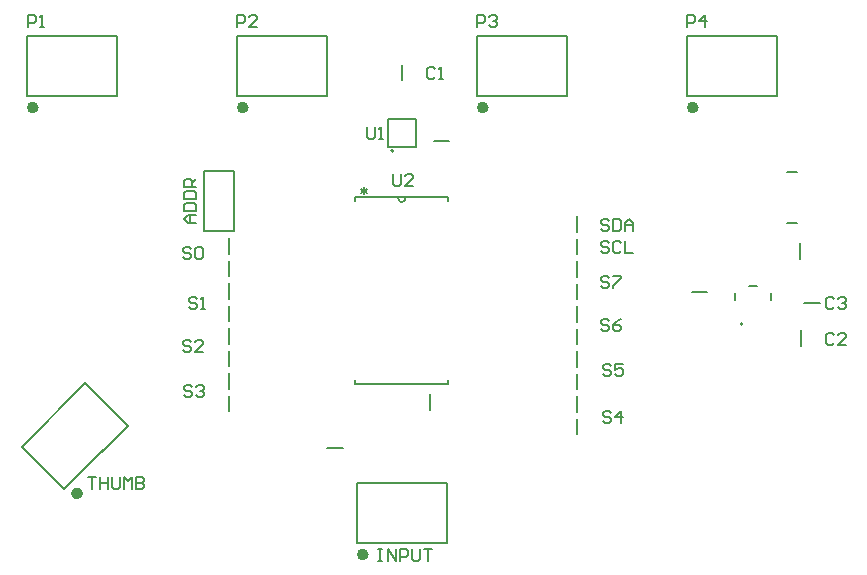
<source format=gto>
G04*
G04 #@! TF.GenerationSoftware,Altium Limited,Altium Designer,19.1.5 (86)*
G04*
G04 Layer_Color=65535*
%FSLAX25Y25*%
%MOIN*%
G70*
G01*
G75*
%ADD10C,0.01968*%
%ADD11C,0.00787*%
%ADD12C,0.00500*%
%ADD13C,0.00600*%
D10*
X42743Y32372D02*
G03*
X42743Y32372I-1001J0D01*
G01*
X138000Y12000D02*
G03*
X138000Y12000I-1001J0D01*
G01*
X98000Y161000D02*
G03*
X98000Y161000I-1001J0D01*
G01*
X178000D02*
G03*
X178000Y161000I-1001J0D01*
G01*
X248000D02*
G03*
X248000Y161000I-1001J0D01*
G01*
X28000D02*
G03*
X28000Y161000I-1001J0D01*
G01*
D11*
X263653Y88906D02*
G03*
X263653Y88906I-394J0D01*
G01*
X147244Y146595D02*
G03*
X147244Y146595I-394J0D01*
G01*
X44571Y69142D02*
X58713Y55000D01*
X23358Y47929D02*
X37500Y33787D01*
X23358Y47929D02*
X44571Y69142D01*
X37500Y33787D02*
X58713Y55000D01*
X45160Y41447D02*
X58713Y55000D01*
X284138Y96000D02*
X289256D01*
X283000Y81638D02*
Y86756D01*
X150000Y170138D02*
Y175256D01*
X160744Y150000D02*
X165862D01*
X92500Y112244D02*
Y117362D01*
Y104744D02*
Y109862D01*
X282760Y110638D02*
Y115756D01*
X246744Y99500D02*
X251862D01*
X125138Y47500D02*
X130256D01*
X208500Y119638D02*
Y124756D01*
X159500Y60244D02*
Y65362D01*
X208500Y112138D02*
Y117256D01*
Y104638D02*
Y109756D01*
Y97138D02*
Y102256D01*
Y89638D02*
Y94756D01*
Y82138D02*
Y87256D01*
Y74638D02*
Y79756D01*
Y67138D02*
Y72256D01*
Y59638D02*
Y64756D01*
Y52138D02*
Y57256D01*
X92500Y59744D02*
Y64862D01*
Y67244D02*
Y72362D01*
Y74744D02*
Y79862D01*
Y82244D02*
Y87362D01*
Y89744D02*
Y94862D01*
Y97244D02*
Y102362D01*
X84000Y140000D02*
X94000D01*
Y120000D02*
Y140000D01*
X84000Y120000D02*
X94000D01*
X84000D02*
Y140000D01*
X145833Y16000D02*
X165000D01*
X135000D02*
X165000D01*
X135000Y36000D02*
X165000D01*
X135000Y16000D02*
Y36000D01*
X165000Y16000D02*
Y36000D01*
X105833Y165000D02*
X125000D01*
X95000D02*
X125000D01*
X95000Y185000D02*
X125000D01*
X95000Y165000D02*
Y185000D01*
X125000Y165000D02*
Y185000D01*
X185833Y165000D02*
X205000D01*
X175000D02*
X205000D01*
X175000Y185000D02*
X205000D01*
X175000Y165000D02*
Y185000D01*
X205000Y165000D02*
Y185000D01*
X255833Y165000D02*
X275000D01*
X245000D02*
X275000D01*
X245000Y185000D02*
X275000D01*
X245000Y165000D02*
Y185000D01*
X275000Y165000D02*
Y185000D01*
X35833Y165000D02*
X55000D01*
X25000D02*
X55000D01*
X25000Y185000D02*
X55000D01*
X25000Y165000D02*
Y185000D01*
X55000Y165000D02*
Y185000D01*
D12*
X148800Y130700D02*
G03*
X151200Y130700I1200J0D01*
G01*
X260996Y96701D02*
Y99299D01*
X265681Y101445D02*
X268319D01*
X273004Y96701D02*
Y99299D01*
X145276Y147697D02*
X154724D01*
X145276D02*
Y157303D01*
X154724D01*
Y147697D02*
Y157303D01*
X219166Y115832D02*
X218499Y116499D01*
X217166D01*
X216500Y115832D01*
Y115166D01*
X217166Y114499D01*
X218499D01*
X219166Y113833D01*
Y113166D01*
X218499Y112500D01*
X217166D01*
X216500Y113166D01*
X223165Y115832D02*
X222498Y116499D01*
X221165D01*
X220499Y115832D01*
Y113166D01*
X221165Y112500D01*
X222498D01*
X223165Y113166D01*
X224497Y116499D02*
Y112500D01*
X227163D01*
X219166Y123332D02*
X218499Y123999D01*
X217166D01*
X216500Y123332D01*
Y122666D01*
X217166Y121999D01*
X218499D01*
X219166Y121333D01*
Y120667D01*
X218499Y120000D01*
X217166D01*
X216500Y120667D01*
X220499Y123999D02*
Y120000D01*
X222498D01*
X223165Y120667D01*
Y123332D01*
X222498Y123999D01*
X220499D01*
X224497Y120000D02*
Y122666D01*
X225830Y123999D01*
X227163Y122666D01*
Y120000D01*
Y121999D01*
X224497D01*
X219166Y104332D02*
X218499Y104999D01*
X217166D01*
X216500Y104332D01*
Y103666D01*
X217166Y102999D01*
X218499D01*
X219166Y102333D01*
Y101666D01*
X218499Y101000D01*
X217166D01*
X216500Y101666D01*
X220499Y104999D02*
X223165D01*
Y104332D01*
X220499Y101666D01*
Y101000D01*
X219166Y89832D02*
X218499Y90499D01*
X217166D01*
X216500Y89832D01*
Y89166D01*
X217166Y88499D01*
X218499D01*
X219166Y87833D01*
Y87166D01*
X218499Y86500D01*
X217166D01*
X216500Y87166D01*
X223165Y90499D02*
X221832Y89832D01*
X220499Y88499D01*
Y87166D01*
X221165Y86500D01*
X222498D01*
X223165Y87166D01*
Y87833D01*
X222498Y88499D01*
X220499D01*
X219666Y74832D02*
X218999Y75499D01*
X217666D01*
X217000Y74832D01*
Y74166D01*
X217666Y73499D01*
X218999D01*
X219666Y72833D01*
Y72166D01*
X218999Y71500D01*
X217666D01*
X217000Y72166D01*
X223664Y75499D02*
X220999D01*
Y73499D01*
X222332Y74166D01*
X222998D01*
X223664Y73499D01*
Y72166D01*
X222998Y71500D01*
X221665D01*
X220999Y72166D01*
X219666Y59332D02*
X218999Y59999D01*
X217666D01*
X217000Y59332D01*
Y58666D01*
X217666Y57999D01*
X218999D01*
X219666Y57333D01*
Y56666D01*
X218999Y56000D01*
X217666D01*
X217000Y56666D01*
X222998Y56000D02*
Y59999D01*
X220999Y57999D01*
X223664D01*
X80166Y67832D02*
X79499Y68499D01*
X78166D01*
X77500Y67832D01*
Y67166D01*
X78166Y66499D01*
X79499D01*
X80166Y65833D01*
Y65166D01*
X79499Y64500D01*
X78166D01*
X77500Y65166D01*
X81499Y67832D02*
X82165Y68499D01*
X83498D01*
X84165Y67832D01*
Y67166D01*
X83498Y66499D01*
X82832D01*
X83498D01*
X84165Y65833D01*
Y65166D01*
X83498Y64500D01*
X82165D01*
X81499Y65166D01*
X79666Y82832D02*
X78999Y83499D01*
X77666D01*
X77000Y82832D01*
Y82166D01*
X77666Y81499D01*
X78999D01*
X79666Y80833D01*
Y80166D01*
X78999Y79500D01*
X77666D01*
X77000Y80166D01*
X83665Y79500D02*
X80999D01*
X83665Y82166D01*
Y82832D01*
X82998Y83499D01*
X81665D01*
X80999Y82832D01*
X81666Y97332D02*
X80999Y97999D01*
X79666D01*
X79000Y97332D01*
Y96666D01*
X79666Y95999D01*
X80999D01*
X81666Y95333D01*
Y94666D01*
X80999Y94000D01*
X79666D01*
X79000Y94666D01*
X82999Y94000D02*
X84332D01*
X83665D01*
Y97999D01*
X82999Y97332D01*
X79666Y113832D02*
X78999Y114499D01*
X77666D01*
X77000Y113832D01*
Y113166D01*
X77666Y112499D01*
X78999D01*
X79666Y111833D01*
Y111167D01*
X78999Y110500D01*
X77666D01*
X77000Y111167D01*
X80999Y113832D02*
X81665Y114499D01*
X82998D01*
X83665Y113832D01*
Y111167D01*
X82998Y110500D01*
X81665D01*
X80999Y111167D01*
Y113832D01*
X137502Y134399D02*
Y132114D01*
X136550Y133828D02*
X138454Y132685D01*
Y133828D02*
X136550Y132685D01*
X294166Y97332D02*
X293499Y97999D01*
X292166D01*
X291500Y97332D01*
Y94666D01*
X292166Y94000D01*
X293499D01*
X294166Y94666D01*
X295499Y97332D02*
X296165Y97999D01*
X297498D01*
X298165Y97332D01*
Y96666D01*
X297498Y95999D01*
X296832D01*
X297498D01*
X298165Y95333D01*
Y94666D01*
X297498Y94000D01*
X296165D01*
X295499Y94666D01*
X294166Y85332D02*
X293499Y85999D01*
X292166D01*
X291500Y85332D01*
Y82666D01*
X292166Y82000D01*
X293499D01*
X294166Y82666D01*
X298165Y82000D02*
X295499D01*
X298165Y84666D01*
Y85332D01*
X297498Y85999D01*
X296165D01*
X295499Y85332D01*
X147000Y138999D02*
Y135667D01*
X147667Y135000D01*
X148999D01*
X149666Y135667D01*
Y138999D01*
X153665Y135000D02*
X150999D01*
X153665Y137666D01*
Y138332D01*
X152998Y138999D01*
X151665D01*
X150999Y138332D01*
X45500Y37999D02*
X48166D01*
X46833D01*
Y34000D01*
X49499Y37999D02*
Y34000D01*
Y35999D01*
X52165D01*
Y37999D01*
Y34000D01*
X53497Y37999D02*
Y34666D01*
X54164Y34000D01*
X55497D01*
X56163Y34666D01*
Y37999D01*
X57496Y34000D02*
Y37999D01*
X58829Y36666D01*
X60162Y37999D01*
Y34000D01*
X61495Y37999D02*
Y34000D01*
X63494D01*
X64161Y34666D01*
Y35333D01*
X63494Y35999D01*
X61495D01*
X63494D01*
X64161Y36666D01*
Y37332D01*
X63494Y37999D01*
X61495D01*
X245100Y187900D02*
Y191899D01*
X247099D01*
X247766Y191232D01*
Y189899D01*
X247099Y189233D01*
X245100D01*
X251098Y187900D02*
Y191899D01*
X249099Y189899D01*
X251764D01*
X175100Y187900D02*
Y191899D01*
X177099D01*
X177766Y191232D01*
Y189899D01*
X177099Y189233D01*
X175100D01*
X179099Y191232D02*
X179765Y191899D01*
X181098D01*
X181764Y191232D01*
Y190566D01*
X181098Y189899D01*
X180432D01*
X181098D01*
X181764Y189233D01*
Y188567D01*
X181098Y187900D01*
X179765D01*
X179099Y188567D01*
X95100Y187900D02*
Y191899D01*
X97099D01*
X97766Y191232D01*
Y189899D01*
X97099Y189233D01*
X95100D01*
X101765Y187900D02*
X99099D01*
X101765Y190566D01*
Y191232D01*
X101098Y191899D01*
X99765D01*
X99099Y191232D01*
X142000Y13999D02*
X143333D01*
X142666D01*
Y10000D01*
X142000D01*
X143333D01*
X145332D02*
Y13999D01*
X147998Y10000D01*
Y13999D01*
X149331Y10000D02*
Y13999D01*
X151330D01*
X151997Y13332D01*
Y11999D01*
X151330Y11333D01*
X149331D01*
X153330Y13999D02*
Y10667D01*
X153996Y10000D01*
X155329D01*
X155996Y10667D01*
Y13999D01*
X157328D02*
X159994D01*
X158661D01*
Y10000D01*
X81500Y122500D02*
X78834D01*
X77501Y123833D01*
X78834Y125166D01*
X81500D01*
X79501D01*
Y122500D01*
X77501Y126499D02*
X81500D01*
Y128498D01*
X80834Y129165D01*
X78168D01*
X77501Y128498D01*
Y126499D01*
Y130497D02*
X81500D01*
Y132497D01*
X80834Y133163D01*
X78168D01*
X77501Y132497D01*
Y130497D01*
X81500Y134496D02*
X77501D01*
Y136495D01*
X78168Y137162D01*
X79501D01*
X80167Y136495D01*
Y134496D01*
Y135829D02*
X81500Y137162D01*
X25500Y188000D02*
Y191999D01*
X27499D01*
X28166Y191332D01*
Y189999D01*
X27499Y189333D01*
X25500D01*
X29499Y188000D02*
X30832D01*
X30165D01*
Y191999D01*
X29499Y191332D01*
X161166Y173832D02*
X160499Y174499D01*
X159167D01*
X158500Y173832D01*
Y171167D01*
X159167Y170500D01*
X160499D01*
X161166Y171167D01*
X162499Y170500D02*
X163832D01*
X163165D01*
Y174499D01*
X162499Y173832D01*
X138500Y154499D02*
Y151166D01*
X139166Y150500D01*
X140499D01*
X141166Y151166D01*
Y154499D01*
X142499Y150500D02*
X143832D01*
X143165D01*
Y154499D01*
X142499Y153832D01*
D13*
X278400Y139400D02*
X281600D01*
X278400Y122600D02*
X281600D01*
X134550Y68800D02*
X165450D01*
X134550Y131200D02*
X165450D01*
X134550Y129910D02*
Y131200D01*
X165450Y68800D02*
Y70090D01*
X134550Y68800D02*
Y70090D01*
X165450Y129910D02*
Y131200D01*
M02*

</source>
